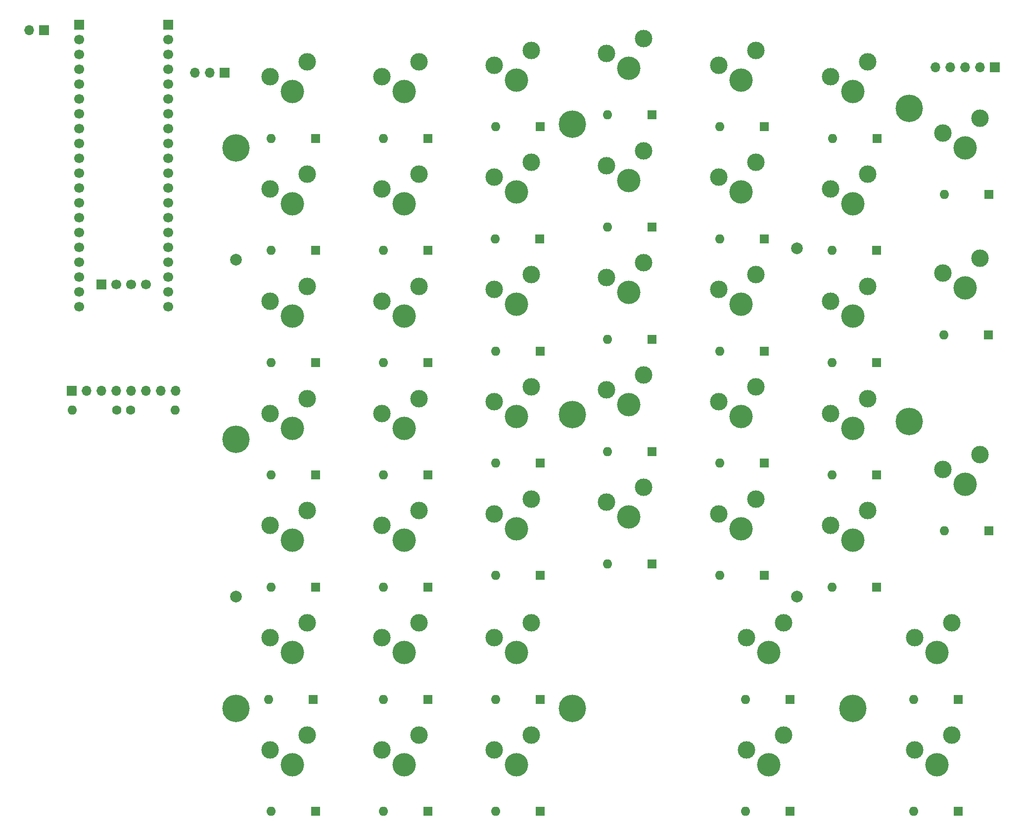
<source format=gbr>
%TF.GenerationSoftware,KiCad,Pcbnew,5.1.10-88a1d61d58~88~ubuntu20.04.1*%
%TF.CreationDate,2021-05-17T22:02:50+01:00*%
%TF.ProjectId,left_side,6c656674-5f73-4696-9465-2e6b69636164,rev?*%
%TF.SameCoordinates,Original*%
%TF.FileFunction,Soldermask,Top*%
%TF.FilePolarity,Negative*%
%FSLAX46Y46*%
G04 Gerber Fmt 4.6, Leading zero omitted, Abs format (unit mm)*
G04 Created by KiCad (PCBNEW 5.1.10-88a1d61d58~88~ubuntu20.04.1) date 2021-05-17 22:02:50*
%MOMM*%
%LPD*%
G01*
G04 APERTURE LIST*
%ADD10C,2.000000*%
%ADD11C,4.700000*%
%ADD12C,4.000000*%
%ADD13C,3.000000*%
%ADD14O,1.600000X1.600000*%
%ADD15R,1.600000X1.600000*%
%ADD16R,1.700000X1.700000*%
%ADD17C,1.700000*%
%ADD18O,1.700000X1.700000*%
%ADD19C,1.600000*%
G04 APERTURE END LIST*
D10*
%TO.C,REF\u002A\u002A*%
X144000000Y28800000D03*
%TD*%
%TO.C,REF\u002A\u002A*%
X48000000Y28800000D03*
%TD*%
%TO.C,REF\u002A\u002A*%
X48000000Y86400000D03*
%TD*%
%TO.C,REF\u002A\u002A*%
X144000000Y88400000D03*
%TD*%
D11*
%TO.C,REF\u002A\u002A*%
X163200000Y58752000D03*
%TD*%
%TO.C,REF\u002A\u002A*%
X105600000Y59904000D03*
%TD*%
%TO.C,REF\u002A\u002A*%
X105600000Y9600000D03*
%TD*%
%TO.C,REF\u002A\u002A*%
X105600000Y109600000D03*
%TD*%
%TO.C,REF\u002A\u002A*%
X48000000Y55680000D03*
%TD*%
%TO.C,REF\u002A\u002A*%
X48000000Y105600000D03*
%TD*%
%TO.C,REF\u002A\u002A*%
X48000000Y9600000D03*
%TD*%
%TO.C,REF\u002A\u002A*%
X153600000Y9600000D03*
%TD*%
%TO.C,REF\u002A\u002A*%
X163200000Y112320000D03*
%TD*%
D12*
%TO.C,SW1x6*%
X172800000Y81600000D03*
D13*
X175340000Y86680000D03*
X168990000Y84140000D03*
%TD*%
D14*
%TO.C,D0x0*%
X54000000Y107200000D03*
D15*
X61620000Y107200000D03*
%TD*%
D14*
%TO.C,D0x1*%
X73200000Y107200000D03*
D15*
X80820000Y107200000D03*
%TD*%
D14*
%TO.C,D0x2*%
X92400000Y109200000D03*
D15*
X100020000Y109200000D03*
%TD*%
D14*
%TO.C,D0x3*%
X111600000Y111200000D03*
D15*
X119220000Y111200000D03*
%TD*%
D14*
%TO.C,D0x4*%
X130800000Y109200000D03*
D15*
X138420000Y109200000D03*
%TD*%
D14*
%TO.C,D0x5*%
X150060001Y107200000D03*
D15*
X157680001Y107200000D03*
%TD*%
D14*
%TO.C,D0x6*%
X169200000Y97600000D03*
D15*
X176820000Y97600000D03*
%TD*%
D14*
%TO.C,D1x0*%
X54000000Y88000000D03*
D15*
X61620000Y88000000D03*
%TD*%
D14*
%TO.C,D1x1*%
X73200000Y88000000D03*
D15*
X80820000Y88000000D03*
%TD*%
D14*
%TO.C,D1x2*%
X92380000Y90000000D03*
D15*
X100000000Y90000000D03*
%TD*%
D14*
%TO.C,D1x3*%
X111600000Y92000000D03*
D15*
X119220000Y92000000D03*
%TD*%
D14*
%TO.C,D1x4*%
X130800000Y90000000D03*
D15*
X138420000Y90000000D03*
%TD*%
D14*
%TO.C,D1x5*%
X150000000Y88000000D03*
D15*
X157620000Y88000000D03*
%TD*%
D14*
%TO.C,D1x6*%
X169120000Y73600000D03*
D15*
X176740000Y73600000D03*
%TD*%
D14*
%TO.C,D2x0*%
X54000000Y68800000D03*
D15*
X61620000Y68800000D03*
%TD*%
D14*
%TO.C,D2x1*%
X73200000Y68800000D03*
D15*
X80820000Y68800000D03*
%TD*%
D14*
%TO.C,D2x2*%
X92400000Y70800000D03*
D15*
X100020000Y70800000D03*
%TD*%
D14*
%TO.C,D2x3*%
X111580000Y72800000D03*
D15*
X119200000Y72800000D03*
%TD*%
D14*
%TO.C,D2x4*%
X130800000Y70800000D03*
D15*
X138420000Y70800000D03*
%TD*%
D14*
%TO.C,D2x5*%
X150000000Y68800000D03*
D15*
X157620000Y68800000D03*
%TD*%
D14*
%TO.C,D3x0*%
X54000000Y49600000D03*
D15*
X61620000Y49600000D03*
%TD*%
D14*
%TO.C,D3x1*%
X73200000Y49600000D03*
D15*
X80820000Y49600000D03*
%TD*%
D14*
%TO.C,D3x2*%
X92400000Y51600000D03*
D15*
X100020000Y51600000D03*
%TD*%
D14*
%TO.C,D3x3*%
X111600000Y53600000D03*
D15*
X119220000Y53600000D03*
%TD*%
D14*
%TO.C,D3x4*%
X130780000Y51600000D03*
D15*
X138400000Y51600000D03*
%TD*%
D14*
%TO.C,D3x5*%
X150000000Y49600000D03*
D15*
X157620000Y49600000D03*
%TD*%
D14*
%TO.C,D3x6*%
X169200000Y40000000D03*
D15*
X176820000Y40000000D03*
%TD*%
D14*
%TO.C,D4x0*%
X54000000Y30400000D03*
D15*
X61620000Y30400000D03*
%TD*%
D14*
%TO.C,D4x1*%
X73200000Y30400000D03*
D15*
X80820000Y30400000D03*
%TD*%
D14*
%TO.C,D4x2*%
X92400000Y32400000D03*
D15*
X100020000Y32400000D03*
%TD*%
D14*
%TO.C,D4x3*%
X111600000Y34400000D03*
D15*
X119220000Y34400000D03*
%TD*%
D14*
%TO.C,D4x4*%
X130800000Y32400000D03*
D15*
X138420000Y32400000D03*
%TD*%
D14*
%TO.C,D4x5*%
X150000000Y30400000D03*
D15*
X157620000Y30400000D03*
%TD*%
D14*
%TO.C,D5x0*%
X53580000Y11200000D03*
D15*
X61200000Y11200000D03*
%TD*%
D14*
%TO.C,D5x1*%
X73200000Y11200000D03*
D15*
X80820000Y11200000D03*
%TD*%
D14*
%TO.C,D5x2*%
X92400000Y11200000D03*
D15*
X100020000Y11200000D03*
%TD*%
D14*
%TO.C,D5x4*%
X135200000Y11200000D03*
D15*
X142820000Y11200000D03*
%TD*%
D14*
%TO.C,D5x6*%
X164000000Y11200000D03*
D15*
X171620000Y11200000D03*
%TD*%
D14*
%TO.C,D6x0*%
X54000000Y-8000000D03*
D15*
X61620000Y-8000000D03*
%TD*%
D14*
%TO.C,D6x1*%
X73200000Y-8000000D03*
D15*
X80820000Y-8000000D03*
%TD*%
D14*
%TO.C,D6x2*%
X92400000Y-8000000D03*
D15*
X100020000Y-8000000D03*
%TD*%
D14*
%TO.C,D6x4*%
X135200000Y-8000000D03*
D15*
X142820000Y-8000000D03*
%TD*%
D14*
%TO.C,D6x6*%
X164000000Y-8000000D03*
D15*
X171620000Y-8000000D03*
%TD*%
D12*
%TO.C,SW0x0*%
X57600000Y115200000D03*
D13*
X60140000Y120280000D03*
X53790000Y117740000D03*
%TD*%
D12*
%TO.C,SW0x1*%
X76800000Y115200000D03*
D13*
X79340000Y120280000D03*
X72990000Y117740000D03*
%TD*%
D12*
%TO.C,SW0x2*%
X96000000Y117200000D03*
D13*
X98540000Y122280000D03*
X92190000Y119740000D03*
%TD*%
D12*
%TO.C,SW0x3*%
X115200000Y119200000D03*
D13*
X117740000Y124280000D03*
X111390000Y121740000D03*
%TD*%
D12*
%TO.C,SW0x4*%
X134400000Y117200000D03*
D13*
X136940000Y122280000D03*
X130590000Y119740000D03*
%TD*%
D12*
%TO.C,SW0x5*%
X153600000Y115200000D03*
D13*
X156140000Y120280000D03*
X149790000Y117740000D03*
%TD*%
D12*
%TO.C,SW0x6*%
X172800000Y105600000D03*
D13*
X175340000Y110680000D03*
X168990000Y108140000D03*
%TD*%
D12*
%TO.C,SW1x0*%
X57600000Y96000000D03*
D13*
X60140000Y101080000D03*
X53790000Y98540000D03*
%TD*%
D12*
%TO.C,SW1x1*%
X76800000Y96000000D03*
D13*
X79340000Y101080000D03*
X72990000Y98540000D03*
%TD*%
D12*
%TO.C,SW1x2*%
X96000000Y98000000D03*
D13*
X98540000Y103080000D03*
X92190000Y100540000D03*
%TD*%
D12*
%TO.C,SW1x3*%
X115200000Y100000000D03*
D13*
X117740000Y105080000D03*
X111390000Y102540000D03*
%TD*%
D12*
%TO.C,SW1x4*%
X134400000Y98000000D03*
D13*
X136940000Y103080000D03*
X130590000Y100540000D03*
%TD*%
D12*
%TO.C,SW1x5*%
X153600000Y96000000D03*
D13*
X156140000Y101080000D03*
X149790000Y98540000D03*
%TD*%
D12*
%TO.C,SW2x0*%
X57600000Y76800000D03*
D13*
X60140000Y81880000D03*
X53790000Y79340000D03*
%TD*%
D12*
%TO.C,SW2x1*%
X76800000Y76800000D03*
D13*
X79340000Y81880000D03*
X72990000Y79340000D03*
%TD*%
D12*
%TO.C,SW2x2*%
X96000000Y78800000D03*
D13*
X98540000Y83880000D03*
X92190000Y81340000D03*
%TD*%
D12*
%TO.C,SW2x3*%
X115200000Y80800000D03*
D13*
X117740000Y85880000D03*
X111390000Y83340000D03*
%TD*%
D12*
%TO.C,SW2x4*%
X134400000Y78800000D03*
D13*
X136940000Y83880000D03*
X130590000Y81340000D03*
%TD*%
D12*
%TO.C,SW2x5*%
X153600000Y76800000D03*
D13*
X156140000Y81880000D03*
X149790000Y79340000D03*
%TD*%
D12*
%TO.C,SW3x0*%
X57600000Y57600000D03*
D13*
X60140000Y62680000D03*
X53790000Y60140000D03*
%TD*%
D12*
%TO.C,SW3x1*%
X76800000Y57600000D03*
D13*
X79340000Y62680000D03*
X72990000Y60140000D03*
%TD*%
D12*
%TO.C,SW3x2*%
X96000000Y59600000D03*
D13*
X98540000Y64680000D03*
X92190000Y62140000D03*
%TD*%
D12*
%TO.C,SW3x3*%
X115200000Y61600000D03*
D13*
X117740000Y66680000D03*
X111390000Y64140000D03*
%TD*%
D12*
%TO.C,SW3x4*%
X134400000Y59600000D03*
D13*
X136940000Y64680000D03*
X130590000Y62140000D03*
%TD*%
D12*
%TO.C,SW3x5*%
X153600000Y57600000D03*
D13*
X156140000Y62680000D03*
X149790000Y60140000D03*
%TD*%
D12*
%TO.C,SW3x6*%
X172800000Y48000000D03*
D13*
X175340000Y53080000D03*
X168990000Y50540000D03*
%TD*%
D12*
%TO.C,SW4x0*%
X57600000Y38400000D03*
D13*
X60140000Y43480000D03*
X53790000Y40940000D03*
%TD*%
D12*
%TO.C,SW4x1*%
X76800000Y38400000D03*
D13*
X79340000Y43480000D03*
X72990000Y40940000D03*
%TD*%
D12*
%TO.C,SW4x2*%
X96000000Y40400000D03*
D13*
X98540000Y45480000D03*
X92190000Y42940000D03*
%TD*%
D12*
%TO.C,SW4x3*%
X115200000Y42400000D03*
D13*
X117740000Y47480000D03*
X111390000Y44940000D03*
%TD*%
D12*
%TO.C,SW4x4*%
X134400000Y40400000D03*
D13*
X136940000Y45480000D03*
X130590000Y42940000D03*
%TD*%
D12*
%TO.C,SW4x5*%
X153600000Y38400000D03*
D13*
X156140000Y43480000D03*
X149790000Y40940000D03*
%TD*%
D12*
%TO.C,SW5x0*%
X57600000Y19200000D03*
D13*
X60140000Y24280000D03*
X53790000Y21740000D03*
%TD*%
D12*
%TO.C,SW5x1*%
X76800000Y19200000D03*
D13*
X79340000Y24280000D03*
X72990000Y21740000D03*
%TD*%
D12*
%TO.C,SW5x2*%
X96000000Y19200000D03*
D13*
X98540000Y24280000D03*
X92190000Y21740000D03*
%TD*%
D12*
%TO.C,SW5x4*%
X139200000Y19200000D03*
D13*
X141740000Y24280000D03*
X135390000Y21740000D03*
%TD*%
D12*
%TO.C,SW5x6*%
X168000000Y19200000D03*
D13*
X170540000Y24280000D03*
X164190000Y21740000D03*
%TD*%
D12*
%TO.C,SW6x0*%
X57600000Y0D03*
D13*
X60140000Y5080000D03*
X53790000Y2540000D03*
%TD*%
D12*
%TO.C,SW6x1*%
X76800000Y0D03*
D13*
X79340000Y5080000D03*
X72990000Y2540000D03*
%TD*%
D12*
%TO.C,SW6x2*%
X96000000Y0D03*
D13*
X98540000Y5080000D03*
X92190000Y2540000D03*
%TD*%
D12*
%TO.C,SW6x4*%
X139200000Y0D03*
D13*
X141740000Y5080000D03*
X135390000Y2540000D03*
%TD*%
D12*
%TO.C,SW6x6*%
X168000000Y0D03*
D13*
X170540000Y5080000D03*
X164190000Y2540000D03*
%TD*%
D16*
%TO.C,U1*%
X36420000Y126630000D03*
D17*
X36420000Y124090000D03*
X36420000Y121550000D03*
X36420000Y119010000D03*
X36420000Y116470000D03*
X36420000Y113930000D03*
X36420000Y111390000D03*
X36420000Y108850000D03*
X36420000Y106310000D03*
X36420000Y103770000D03*
X36420000Y101230000D03*
X36420000Y98690000D03*
X36420000Y96150000D03*
X36420000Y93610000D03*
X36420000Y91070000D03*
X36420000Y88530000D03*
X36420000Y85990000D03*
X36420000Y83450000D03*
X36420000Y80910000D03*
X36420000Y78370000D03*
X32610000Y82180000D03*
X30070000Y82180000D03*
X27530000Y82180000D03*
D16*
X24990000Y82180000D03*
D17*
X21180000Y78370000D03*
X21180000Y80910000D03*
X21180000Y83450000D03*
X21180000Y85990000D03*
X21180000Y88530000D03*
X21180000Y91070000D03*
X21180000Y93610000D03*
X21180000Y96150000D03*
X21180000Y98690000D03*
X21180000Y101230000D03*
X21180000Y103770000D03*
X21180000Y106310000D03*
X21180000Y108850000D03*
X21180000Y111390000D03*
X21180000Y113930000D03*
X21180000Y116470000D03*
X21180000Y119010000D03*
X21180000Y121550000D03*
X21180000Y124090000D03*
D16*
X21180000Y126630000D03*
%TD*%
D18*
%TO.C,SW1*%
X12628000Y125728000D03*
D16*
X15168000Y125728000D03*
%TD*%
D18*
%TO.C,J1*%
X167720000Y119400000D03*
X170260000Y119400000D03*
X172800000Y119400000D03*
X175340000Y119400000D03*
D16*
X177880000Y119400000D03*
%TD*%
D14*
%TO.C,R1*%
X19968000Y60672000D03*
D19*
X27588000Y60672000D03*
%TD*%
D14*
%TO.C,R2*%
X37572000Y60672000D03*
D19*
X29952000Y60672000D03*
%TD*%
D18*
%TO.C,U2*%
X37690000Y64000000D03*
X35150000Y64000000D03*
X32610000Y64000000D03*
X30070000Y64000000D03*
X27530000Y64000000D03*
X24990000Y64000000D03*
X22450000Y64000000D03*
D16*
X19910000Y64000000D03*
%TD*%
D18*
%TO.C,J2*%
X41000000Y118464000D03*
X43540000Y118464000D03*
D16*
X46080000Y118464000D03*
%TD*%
M02*

</source>
